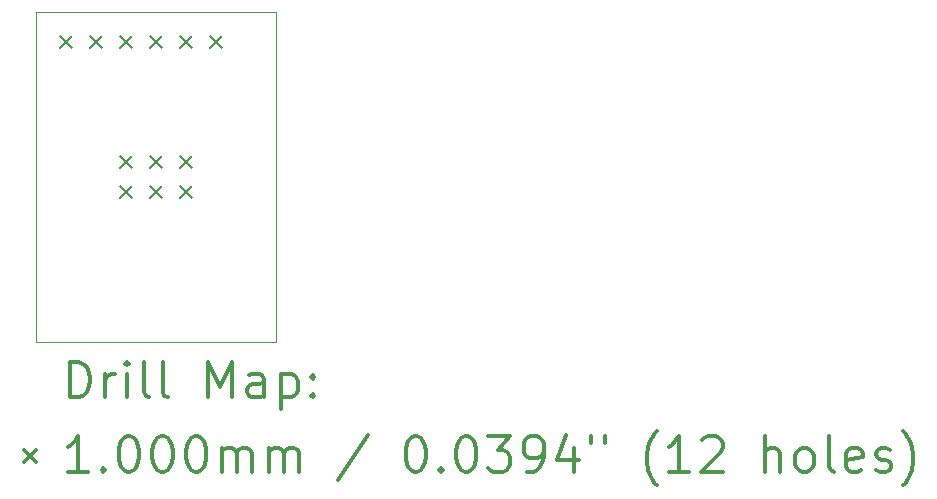
<source format=gbr>
%FSLAX45Y45*%
G04 Gerber Fmt 4.5, Leading zero omitted, Abs format (unit mm)*
G04 Created by KiCad (PCBNEW 5.1.10) date 2021-05-04 23:10:41*
%MOMM*%
%LPD*%
G01*
G04 APERTURE LIST*
%TA.AperFunction,Profile*%
%ADD10C,0.050000*%
%TD*%
%ADD11C,0.200000*%
%ADD12C,0.300000*%
G04 APERTURE END LIST*
D10*
X12192000Y-13462000D02*
X12192000Y-10668000D01*
X14224000Y-13462000D02*
X12192000Y-13462000D01*
X14224000Y-10668000D02*
X14224000Y-13462000D01*
X12192000Y-10668000D02*
X14224000Y-10668000D01*
D11*
X12396000Y-10872000D02*
X12496000Y-10972000D01*
X12496000Y-10872000D02*
X12396000Y-10972000D01*
X12650000Y-10872000D02*
X12750000Y-10972000D01*
X12750000Y-10872000D02*
X12650000Y-10972000D01*
X12904000Y-10872000D02*
X13004000Y-10972000D01*
X13004000Y-10872000D02*
X12904000Y-10972000D01*
X12904000Y-11888000D02*
X13004000Y-11988000D01*
X13004000Y-11888000D02*
X12904000Y-11988000D01*
X12904000Y-12142000D02*
X13004000Y-12242000D01*
X13004000Y-12142000D02*
X12904000Y-12242000D01*
X13158000Y-10872000D02*
X13258000Y-10972000D01*
X13258000Y-10872000D02*
X13158000Y-10972000D01*
X13158000Y-11888000D02*
X13258000Y-11988000D01*
X13258000Y-11888000D02*
X13158000Y-11988000D01*
X13158000Y-12142000D02*
X13258000Y-12242000D01*
X13258000Y-12142000D02*
X13158000Y-12242000D01*
X13412000Y-10872000D02*
X13512000Y-10972000D01*
X13512000Y-10872000D02*
X13412000Y-10972000D01*
X13412000Y-11888000D02*
X13512000Y-11988000D01*
X13512000Y-11888000D02*
X13412000Y-11988000D01*
X13412000Y-12142000D02*
X13512000Y-12242000D01*
X13512000Y-12142000D02*
X13412000Y-12242000D01*
X13666000Y-10872000D02*
X13766000Y-10972000D01*
X13766000Y-10872000D02*
X13666000Y-10972000D01*
D12*
X12475928Y-13930214D02*
X12475928Y-13630214D01*
X12547357Y-13630214D01*
X12590214Y-13644500D01*
X12618786Y-13673071D01*
X12633071Y-13701643D01*
X12647357Y-13758786D01*
X12647357Y-13801643D01*
X12633071Y-13858786D01*
X12618786Y-13887357D01*
X12590214Y-13915929D01*
X12547357Y-13930214D01*
X12475928Y-13930214D01*
X12775928Y-13930214D02*
X12775928Y-13730214D01*
X12775928Y-13787357D02*
X12790214Y-13758786D01*
X12804500Y-13744500D01*
X12833071Y-13730214D01*
X12861643Y-13730214D01*
X12961643Y-13930214D02*
X12961643Y-13730214D01*
X12961643Y-13630214D02*
X12947357Y-13644500D01*
X12961643Y-13658786D01*
X12975928Y-13644500D01*
X12961643Y-13630214D01*
X12961643Y-13658786D01*
X13147357Y-13930214D02*
X13118786Y-13915929D01*
X13104500Y-13887357D01*
X13104500Y-13630214D01*
X13304500Y-13930214D02*
X13275928Y-13915929D01*
X13261643Y-13887357D01*
X13261643Y-13630214D01*
X13647357Y-13930214D02*
X13647357Y-13630214D01*
X13747357Y-13844500D01*
X13847357Y-13630214D01*
X13847357Y-13930214D01*
X14118786Y-13930214D02*
X14118786Y-13773071D01*
X14104500Y-13744500D01*
X14075928Y-13730214D01*
X14018786Y-13730214D01*
X13990214Y-13744500D01*
X14118786Y-13915929D02*
X14090214Y-13930214D01*
X14018786Y-13930214D01*
X13990214Y-13915929D01*
X13975928Y-13887357D01*
X13975928Y-13858786D01*
X13990214Y-13830214D01*
X14018786Y-13815929D01*
X14090214Y-13815929D01*
X14118786Y-13801643D01*
X14261643Y-13730214D02*
X14261643Y-14030214D01*
X14261643Y-13744500D02*
X14290214Y-13730214D01*
X14347357Y-13730214D01*
X14375928Y-13744500D01*
X14390214Y-13758786D01*
X14404500Y-13787357D01*
X14404500Y-13873071D01*
X14390214Y-13901643D01*
X14375928Y-13915929D01*
X14347357Y-13930214D01*
X14290214Y-13930214D01*
X14261643Y-13915929D01*
X14533071Y-13901643D02*
X14547357Y-13915929D01*
X14533071Y-13930214D01*
X14518786Y-13915929D01*
X14533071Y-13901643D01*
X14533071Y-13930214D01*
X14533071Y-13744500D02*
X14547357Y-13758786D01*
X14533071Y-13773071D01*
X14518786Y-13758786D01*
X14533071Y-13744500D01*
X14533071Y-13773071D01*
X12089500Y-14374500D02*
X12189500Y-14474500D01*
X12189500Y-14374500D02*
X12089500Y-14474500D01*
X12633071Y-14560214D02*
X12461643Y-14560214D01*
X12547357Y-14560214D02*
X12547357Y-14260214D01*
X12518786Y-14303071D01*
X12490214Y-14331643D01*
X12461643Y-14345929D01*
X12761643Y-14531643D02*
X12775928Y-14545929D01*
X12761643Y-14560214D01*
X12747357Y-14545929D01*
X12761643Y-14531643D01*
X12761643Y-14560214D01*
X12961643Y-14260214D02*
X12990214Y-14260214D01*
X13018786Y-14274500D01*
X13033071Y-14288786D01*
X13047357Y-14317357D01*
X13061643Y-14374500D01*
X13061643Y-14445929D01*
X13047357Y-14503071D01*
X13033071Y-14531643D01*
X13018786Y-14545929D01*
X12990214Y-14560214D01*
X12961643Y-14560214D01*
X12933071Y-14545929D01*
X12918786Y-14531643D01*
X12904500Y-14503071D01*
X12890214Y-14445929D01*
X12890214Y-14374500D01*
X12904500Y-14317357D01*
X12918786Y-14288786D01*
X12933071Y-14274500D01*
X12961643Y-14260214D01*
X13247357Y-14260214D02*
X13275928Y-14260214D01*
X13304500Y-14274500D01*
X13318786Y-14288786D01*
X13333071Y-14317357D01*
X13347357Y-14374500D01*
X13347357Y-14445929D01*
X13333071Y-14503071D01*
X13318786Y-14531643D01*
X13304500Y-14545929D01*
X13275928Y-14560214D01*
X13247357Y-14560214D01*
X13218786Y-14545929D01*
X13204500Y-14531643D01*
X13190214Y-14503071D01*
X13175928Y-14445929D01*
X13175928Y-14374500D01*
X13190214Y-14317357D01*
X13204500Y-14288786D01*
X13218786Y-14274500D01*
X13247357Y-14260214D01*
X13533071Y-14260214D02*
X13561643Y-14260214D01*
X13590214Y-14274500D01*
X13604500Y-14288786D01*
X13618786Y-14317357D01*
X13633071Y-14374500D01*
X13633071Y-14445929D01*
X13618786Y-14503071D01*
X13604500Y-14531643D01*
X13590214Y-14545929D01*
X13561643Y-14560214D01*
X13533071Y-14560214D01*
X13504500Y-14545929D01*
X13490214Y-14531643D01*
X13475928Y-14503071D01*
X13461643Y-14445929D01*
X13461643Y-14374500D01*
X13475928Y-14317357D01*
X13490214Y-14288786D01*
X13504500Y-14274500D01*
X13533071Y-14260214D01*
X13761643Y-14560214D02*
X13761643Y-14360214D01*
X13761643Y-14388786D02*
X13775928Y-14374500D01*
X13804500Y-14360214D01*
X13847357Y-14360214D01*
X13875928Y-14374500D01*
X13890214Y-14403071D01*
X13890214Y-14560214D01*
X13890214Y-14403071D02*
X13904500Y-14374500D01*
X13933071Y-14360214D01*
X13975928Y-14360214D01*
X14004500Y-14374500D01*
X14018786Y-14403071D01*
X14018786Y-14560214D01*
X14161643Y-14560214D02*
X14161643Y-14360214D01*
X14161643Y-14388786D02*
X14175928Y-14374500D01*
X14204500Y-14360214D01*
X14247357Y-14360214D01*
X14275928Y-14374500D01*
X14290214Y-14403071D01*
X14290214Y-14560214D01*
X14290214Y-14403071D02*
X14304500Y-14374500D01*
X14333071Y-14360214D01*
X14375928Y-14360214D01*
X14404500Y-14374500D01*
X14418786Y-14403071D01*
X14418786Y-14560214D01*
X15004500Y-14245929D02*
X14747357Y-14631643D01*
X15390214Y-14260214D02*
X15418786Y-14260214D01*
X15447357Y-14274500D01*
X15461643Y-14288786D01*
X15475928Y-14317357D01*
X15490214Y-14374500D01*
X15490214Y-14445929D01*
X15475928Y-14503071D01*
X15461643Y-14531643D01*
X15447357Y-14545929D01*
X15418786Y-14560214D01*
X15390214Y-14560214D01*
X15361643Y-14545929D01*
X15347357Y-14531643D01*
X15333071Y-14503071D01*
X15318786Y-14445929D01*
X15318786Y-14374500D01*
X15333071Y-14317357D01*
X15347357Y-14288786D01*
X15361643Y-14274500D01*
X15390214Y-14260214D01*
X15618786Y-14531643D02*
X15633071Y-14545929D01*
X15618786Y-14560214D01*
X15604500Y-14545929D01*
X15618786Y-14531643D01*
X15618786Y-14560214D01*
X15818786Y-14260214D02*
X15847357Y-14260214D01*
X15875928Y-14274500D01*
X15890214Y-14288786D01*
X15904500Y-14317357D01*
X15918786Y-14374500D01*
X15918786Y-14445929D01*
X15904500Y-14503071D01*
X15890214Y-14531643D01*
X15875928Y-14545929D01*
X15847357Y-14560214D01*
X15818786Y-14560214D01*
X15790214Y-14545929D01*
X15775928Y-14531643D01*
X15761643Y-14503071D01*
X15747357Y-14445929D01*
X15747357Y-14374500D01*
X15761643Y-14317357D01*
X15775928Y-14288786D01*
X15790214Y-14274500D01*
X15818786Y-14260214D01*
X16018786Y-14260214D02*
X16204500Y-14260214D01*
X16104500Y-14374500D01*
X16147357Y-14374500D01*
X16175928Y-14388786D01*
X16190214Y-14403071D01*
X16204500Y-14431643D01*
X16204500Y-14503071D01*
X16190214Y-14531643D01*
X16175928Y-14545929D01*
X16147357Y-14560214D01*
X16061643Y-14560214D01*
X16033071Y-14545929D01*
X16018786Y-14531643D01*
X16347357Y-14560214D02*
X16404500Y-14560214D01*
X16433071Y-14545929D01*
X16447357Y-14531643D01*
X16475928Y-14488786D01*
X16490214Y-14431643D01*
X16490214Y-14317357D01*
X16475928Y-14288786D01*
X16461643Y-14274500D01*
X16433071Y-14260214D01*
X16375928Y-14260214D01*
X16347357Y-14274500D01*
X16333071Y-14288786D01*
X16318786Y-14317357D01*
X16318786Y-14388786D01*
X16333071Y-14417357D01*
X16347357Y-14431643D01*
X16375928Y-14445929D01*
X16433071Y-14445929D01*
X16461643Y-14431643D01*
X16475928Y-14417357D01*
X16490214Y-14388786D01*
X16747357Y-14360214D02*
X16747357Y-14560214D01*
X16675928Y-14245929D02*
X16604500Y-14460214D01*
X16790214Y-14460214D01*
X16890214Y-14260214D02*
X16890214Y-14317357D01*
X17004500Y-14260214D02*
X17004500Y-14317357D01*
X17447357Y-14674500D02*
X17433071Y-14660214D01*
X17404500Y-14617357D01*
X17390214Y-14588786D01*
X17375928Y-14545929D01*
X17361643Y-14474500D01*
X17361643Y-14417357D01*
X17375928Y-14345929D01*
X17390214Y-14303071D01*
X17404500Y-14274500D01*
X17433071Y-14231643D01*
X17447357Y-14217357D01*
X17718786Y-14560214D02*
X17547357Y-14560214D01*
X17633071Y-14560214D02*
X17633071Y-14260214D01*
X17604500Y-14303071D01*
X17575928Y-14331643D01*
X17547357Y-14345929D01*
X17833071Y-14288786D02*
X17847357Y-14274500D01*
X17875928Y-14260214D01*
X17947357Y-14260214D01*
X17975928Y-14274500D01*
X17990214Y-14288786D01*
X18004500Y-14317357D01*
X18004500Y-14345929D01*
X17990214Y-14388786D01*
X17818786Y-14560214D01*
X18004500Y-14560214D01*
X18361643Y-14560214D02*
X18361643Y-14260214D01*
X18490214Y-14560214D02*
X18490214Y-14403071D01*
X18475928Y-14374500D01*
X18447357Y-14360214D01*
X18404500Y-14360214D01*
X18375928Y-14374500D01*
X18361643Y-14388786D01*
X18675928Y-14560214D02*
X18647357Y-14545929D01*
X18633071Y-14531643D01*
X18618786Y-14503071D01*
X18618786Y-14417357D01*
X18633071Y-14388786D01*
X18647357Y-14374500D01*
X18675928Y-14360214D01*
X18718786Y-14360214D01*
X18747357Y-14374500D01*
X18761643Y-14388786D01*
X18775928Y-14417357D01*
X18775928Y-14503071D01*
X18761643Y-14531643D01*
X18747357Y-14545929D01*
X18718786Y-14560214D01*
X18675928Y-14560214D01*
X18947357Y-14560214D02*
X18918786Y-14545929D01*
X18904500Y-14517357D01*
X18904500Y-14260214D01*
X19175928Y-14545929D02*
X19147357Y-14560214D01*
X19090214Y-14560214D01*
X19061643Y-14545929D01*
X19047357Y-14517357D01*
X19047357Y-14403071D01*
X19061643Y-14374500D01*
X19090214Y-14360214D01*
X19147357Y-14360214D01*
X19175928Y-14374500D01*
X19190214Y-14403071D01*
X19190214Y-14431643D01*
X19047357Y-14460214D01*
X19304500Y-14545929D02*
X19333071Y-14560214D01*
X19390214Y-14560214D01*
X19418786Y-14545929D01*
X19433071Y-14517357D01*
X19433071Y-14503071D01*
X19418786Y-14474500D01*
X19390214Y-14460214D01*
X19347357Y-14460214D01*
X19318786Y-14445929D01*
X19304500Y-14417357D01*
X19304500Y-14403071D01*
X19318786Y-14374500D01*
X19347357Y-14360214D01*
X19390214Y-14360214D01*
X19418786Y-14374500D01*
X19533071Y-14674500D02*
X19547357Y-14660214D01*
X19575928Y-14617357D01*
X19590214Y-14588786D01*
X19604500Y-14545929D01*
X19618786Y-14474500D01*
X19618786Y-14417357D01*
X19604500Y-14345929D01*
X19590214Y-14303071D01*
X19575928Y-14274500D01*
X19547357Y-14231643D01*
X19533071Y-14217357D01*
M02*

</source>
